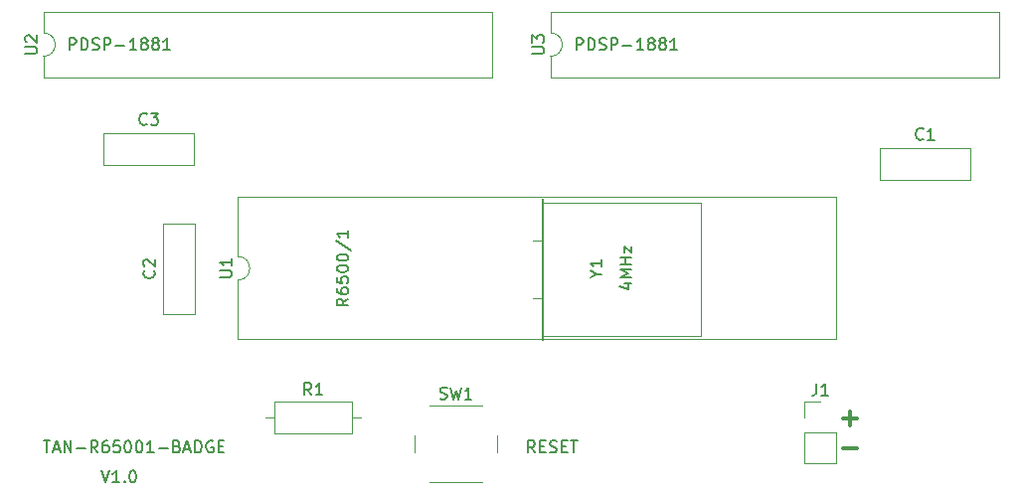
<source format=gbr>
G04 #@! TF.GenerationSoftware,KiCad,Pcbnew,5.1.4*
G04 #@! TF.CreationDate,2019-08-18T00:01:38-04:00*
G04 #@! TF.ProjectId,6500badge,36353030-6261-4646-9765-2e6b69636164,rev?*
G04 #@! TF.SameCoordinates,Original*
G04 #@! TF.FileFunction,Legend,Top*
G04 #@! TF.FilePolarity,Positive*
%FSLAX46Y46*%
G04 Gerber Fmt 4.6, Leading zero omitted, Abs format (unit mm)*
G04 Created by KiCad (PCBNEW 5.1.4) date 2019-08-18 00:01:38*
%MOMM*%
%LPD*%
G04 APERTURE LIST*
%ADD10C,0.150000*%
%ADD11C,0.300000*%
%ADD12C,0.120000*%
G04 APERTURE END LIST*
D10*
X125547619Y-86812380D02*
X125214285Y-86336190D01*
X124976190Y-86812380D02*
X124976190Y-85812380D01*
X125357142Y-85812380D01*
X125452380Y-85860000D01*
X125500000Y-85907619D01*
X125547619Y-86002857D01*
X125547619Y-86145714D01*
X125500000Y-86240952D01*
X125452380Y-86288571D01*
X125357142Y-86336190D01*
X124976190Y-86336190D01*
X125976190Y-86288571D02*
X126309523Y-86288571D01*
X126452380Y-86812380D02*
X125976190Y-86812380D01*
X125976190Y-85812380D01*
X126452380Y-85812380D01*
X126833333Y-86764761D02*
X126976190Y-86812380D01*
X127214285Y-86812380D01*
X127309523Y-86764761D01*
X127357142Y-86717142D01*
X127404761Y-86621904D01*
X127404761Y-86526666D01*
X127357142Y-86431428D01*
X127309523Y-86383809D01*
X127214285Y-86336190D01*
X127023809Y-86288571D01*
X126928571Y-86240952D01*
X126880952Y-86193333D01*
X126833333Y-86098095D01*
X126833333Y-86002857D01*
X126880952Y-85907619D01*
X126928571Y-85860000D01*
X127023809Y-85812380D01*
X127261904Y-85812380D01*
X127404761Y-85860000D01*
X127833333Y-86288571D02*
X128166666Y-86288571D01*
X128309523Y-86812380D02*
X127833333Y-86812380D01*
X127833333Y-85812380D01*
X128309523Y-85812380D01*
X128595238Y-85812380D02*
X129166666Y-85812380D01*
X128880952Y-86812380D02*
X128880952Y-85812380D01*
X129088095Y-52522380D02*
X129088095Y-51522380D01*
X129469047Y-51522380D01*
X129564285Y-51570000D01*
X129611904Y-51617619D01*
X129659523Y-51712857D01*
X129659523Y-51855714D01*
X129611904Y-51950952D01*
X129564285Y-51998571D01*
X129469047Y-52046190D01*
X129088095Y-52046190D01*
X130088095Y-52522380D02*
X130088095Y-51522380D01*
X130326190Y-51522380D01*
X130469047Y-51570000D01*
X130564285Y-51665238D01*
X130611904Y-51760476D01*
X130659523Y-51950952D01*
X130659523Y-52093809D01*
X130611904Y-52284285D01*
X130564285Y-52379523D01*
X130469047Y-52474761D01*
X130326190Y-52522380D01*
X130088095Y-52522380D01*
X131040476Y-52474761D02*
X131183333Y-52522380D01*
X131421428Y-52522380D01*
X131516666Y-52474761D01*
X131564285Y-52427142D01*
X131611904Y-52331904D01*
X131611904Y-52236666D01*
X131564285Y-52141428D01*
X131516666Y-52093809D01*
X131421428Y-52046190D01*
X131230952Y-51998571D01*
X131135714Y-51950952D01*
X131088095Y-51903333D01*
X131040476Y-51808095D01*
X131040476Y-51712857D01*
X131088095Y-51617619D01*
X131135714Y-51570000D01*
X131230952Y-51522380D01*
X131469047Y-51522380D01*
X131611904Y-51570000D01*
X132040476Y-52522380D02*
X132040476Y-51522380D01*
X132421428Y-51522380D01*
X132516666Y-51570000D01*
X132564285Y-51617619D01*
X132611904Y-51712857D01*
X132611904Y-51855714D01*
X132564285Y-51950952D01*
X132516666Y-51998571D01*
X132421428Y-52046190D01*
X132040476Y-52046190D01*
X133040476Y-52141428D02*
X133802380Y-52141428D01*
X134802380Y-52522380D02*
X134230952Y-52522380D01*
X134516666Y-52522380D02*
X134516666Y-51522380D01*
X134421428Y-51665238D01*
X134326190Y-51760476D01*
X134230952Y-51808095D01*
X135373809Y-51950952D02*
X135278571Y-51903333D01*
X135230952Y-51855714D01*
X135183333Y-51760476D01*
X135183333Y-51712857D01*
X135230952Y-51617619D01*
X135278571Y-51570000D01*
X135373809Y-51522380D01*
X135564285Y-51522380D01*
X135659523Y-51570000D01*
X135707142Y-51617619D01*
X135754761Y-51712857D01*
X135754761Y-51760476D01*
X135707142Y-51855714D01*
X135659523Y-51903333D01*
X135564285Y-51950952D01*
X135373809Y-51950952D01*
X135278571Y-51998571D01*
X135230952Y-52046190D01*
X135183333Y-52141428D01*
X135183333Y-52331904D01*
X135230952Y-52427142D01*
X135278571Y-52474761D01*
X135373809Y-52522380D01*
X135564285Y-52522380D01*
X135659523Y-52474761D01*
X135707142Y-52427142D01*
X135754761Y-52331904D01*
X135754761Y-52141428D01*
X135707142Y-52046190D01*
X135659523Y-51998571D01*
X135564285Y-51950952D01*
X136326190Y-51950952D02*
X136230952Y-51903333D01*
X136183333Y-51855714D01*
X136135714Y-51760476D01*
X136135714Y-51712857D01*
X136183333Y-51617619D01*
X136230952Y-51570000D01*
X136326190Y-51522380D01*
X136516666Y-51522380D01*
X136611904Y-51570000D01*
X136659523Y-51617619D01*
X136707142Y-51712857D01*
X136707142Y-51760476D01*
X136659523Y-51855714D01*
X136611904Y-51903333D01*
X136516666Y-51950952D01*
X136326190Y-51950952D01*
X136230952Y-51998571D01*
X136183333Y-52046190D01*
X136135714Y-52141428D01*
X136135714Y-52331904D01*
X136183333Y-52427142D01*
X136230952Y-52474761D01*
X136326190Y-52522380D01*
X136516666Y-52522380D01*
X136611904Y-52474761D01*
X136659523Y-52427142D01*
X136707142Y-52331904D01*
X136707142Y-52141428D01*
X136659523Y-52046190D01*
X136611904Y-51998571D01*
X136516666Y-51950952D01*
X137659523Y-52522380D02*
X137088095Y-52522380D01*
X137373809Y-52522380D02*
X137373809Y-51522380D01*
X137278571Y-51665238D01*
X137183333Y-51760476D01*
X137088095Y-51808095D01*
X85908095Y-52522380D02*
X85908095Y-51522380D01*
X86289047Y-51522380D01*
X86384285Y-51570000D01*
X86431904Y-51617619D01*
X86479523Y-51712857D01*
X86479523Y-51855714D01*
X86431904Y-51950952D01*
X86384285Y-51998571D01*
X86289047Y-52046190D01*
X85908095Y-52046190D01*
X86908095Y-52522380D02*
X86908095Y-51522380D01*
X87146190Y-51522380D01*
X87289047Y-51570000D01*
X87384285Y-51665238D01*
X87431904Y-51760476D01*
X87479523Y-51950952D01*
X87479523Y-52093809D01*
X87431904Y-52284285D01*
X87384285Y-52379523D01*
X87289047Y-52474761D01*
X87146190Y-52522380D01*
X86908095Y-52522380D01*
X87860476Y-52474761D02*
X88003333Y-52522380D01*
X88241428Y-52522380D01*
X88336666Y-52474761D01*
X88384285Y-52427142D01*
X88431904Y-52331904D01*
X88431904Y-52236666D01*
X88384285Y-52141428D01*
X88336666Y-52093809D01*
X88241428Y-52046190D01*
X88050952Y-51998571D01*
X87955714Y-51950952D01*
X87908095Y-51903333D01*
X87860476Y-51808095D01*
X87860476Y-51712857D01*
X87908095Y-51617619D01*
X87955714Y-51570000D01*
X88050952Y-51522380D01*
X88289047Y-51522380D01*
X88431904Y-51570000D01*
X88860476Y-52522380D02*
X88860476Y-51522380D01*
X89241428Y-51522380D01*
X89336666Y-51570000D01*
X89384285Y-51617619D01*
X89431904Y-51712857D01*
X89431904Y-51855714D01*
X89384285Y-51950952D01*
X89336666Y-51998571D01*
X89241428Y-52046190D01*
X88860476Y-52046190D01*
X89860476Y-52141428D02*
X90622380Y-52141428D01*
X91622380Y-52522380D02*
X91050952Y-52522380D01*
X91336666Y-52522380D02*
X91336666Y-51522380D01*
X91241428Y-51665238D01*
X91146190Y-51760476D01*
X91050952Y-51808095D01*
X92193809Y-51950952D02*
X92098571Y-51903333D01*
X92050952Y-51855714D01*
X92003333Y-51760476D01*
X92003333Y-51712857D01*
X92050952Y-51617619D01*
X92098571Y-51570000D01*
X92193809Y-51522380D01*
X92384285Y-51522380D01*
X92479523Y-51570000D01*
X92527142Y-51617619D01*
X92574761Y-51712857D01*
X92574761Y-51760476D01*
X92527142Y-51855714D01*
X92479523Y-51903333D01*
X92384285Y-51950952D01*
X92193809Y-51950952D01*
X92098571Y-51998571D01*
X92050952Y-52046190D01*
X92003333Y-52141428D01*
X92003333Y-52331904D01*
X92050952Y-52427142D01*
X92098571Y-52474761D01*
X92193809Y-52522380D01*
X92384285Y-52522380D01*
X92479523Y-52474761D01*
X92527142Y-52427142D01*
X92574761Y-52331904D01*
X92574761Y-52141428D01*
X92527142Y-52046190D01*
X92479523Y-51998571D01*
X92384285Y-51950952D01*
X93146190Y-51950952D02*
X93050952Y-51903333D01*
X93003333Y-51855714D01*
X92955714Y-51760476D01*
X92955714Y-51712857D01*
X93003333Y-51617619D01*
X93050952Y-51570000D01*
X93146190Y-51522380D01*
X93336666Y-51522380D01*
X93431904Y-51570000D01*
X93479523Y-51617619D01*
X93527142Y-51712857D01*
X93527142Y-51760476D01*
X93479523Y-51855714D01*
X93431904Y-51903333D01*
X93336666Y-51950952D01*
X93146190Y-51950952D01*
X93050952Y-51998571D01*
X93003333Y-52046190D01*
X92955714Y-52141428D01*
X92955714Y-52331904D01*
X93003333Y-52427142D01*
X93050952Y-52474761D01*
X93146190Y-52522380D01*
X93336666Y-52522380D01*
X93431904Y-52474761D01*
X93479523Y-52427142D01*
X93527142Y-52331904D01*
X93527142Y-52141428D01*
X93479523Y-52046190D01*
X93431904Y-51998571D01*
X93336666Y-51950952D01*
X94479523Y-52522380D02*
X93908095Y-52522380D01*
X94193809Y-52522380D02*
X94193809Y-51522380D01*
X94098571Y-51665238D01*
X94003333Y-51760476D01*
X93908095Y-51808095D01*
X109672380Y-73715238D02*
X109196190Y-74048571D01*
X109672380Y-74286666D02*
X108672380Y-74286666D01*
X108672380Y-73905714D01*
X108720000Y-73810476D01*
X108767619Y-73762857D01*
X108862857Y-73715238D01*
X109005714Y-73715238D01*
X109100952Y-73762857D01*
X109148571Y-73810476D01*
X109196190Y-73905714D01*
X109196190Y-74286666D01*
X108672380Y-72858095D02*
X108672380Y-73048571D01*
X108720000Y-73143809D01*
X108767619Y-73191428D01*
X108910476Y-73286666D01*
X109100952Y-73334285D01*
X109481904Y-73334285D01*
X109577142Y-73286666D01*
X109624761Y-73239047D01*
X109672380Y-73143809D01*
X109672380Y-72953333D01*
X109624761Y-72858095D01*
X109577142Y-72810476D01*
X109481904Y-72762857D01*
X109243809Y-72762857D01*
X109148571Y-72810476D01*
X109100952Y-72858095D01*
X109053333Y-72953333D01*
X109053333Y-73143809D01*
X109100952Y-73239047D01*
X109148571Y-73286666D01*
X109243809Y-73334285D01*
X108672380Y-71858095D02*
X108672380Y-72334285D01*
X109148571Y-72381904D01*
X109100952Y-72334285D01*
X109053333Y-72239047D01*
X109053333Y-72000952D01*
X109100952Y-71905714D01*
X109148571Y-71858095D01*
X109243809Y-71810476D01*
X109481904Y-71810476D01*
X109577142Y-71858095D01*
X109624761Y-71905714D01*
X109672380Y-72000952D01*
X109672380Y-72239047D01*
X109624761Y-72334285D01*
X109577142Y-72381904D01*
X108672380Y-71191428D02*
X108672380Y-71096190D01*
X108720000Y-71000952D01*
X108767619Y-70953333D01*
X108862857Y-70905714D01*
X109053333Y-70858095D01*
X109291428Y-70858095D01*
X109481904Y-70905714D01*
X109577142Y-70953333D01*
X109624761Y-71000952D01*
X109672380Y-71096190D01*
X109672380Y-71191428D01*
X109624761Y-71286666D01*
X109577142Y-71334285D01*
X109481904Y-71381904D01*
X109291428Y-71429523D01*
X109053333Y-71429523D01*
X108862857Y-71381904D01*
X108767619Y-71334285D01*
X108720000Y-71286666D01*
X108672380Y-71191428D01*
X108672380Y-70239047D02*
X108672380Y-70143809D01*
X108720000Y-70048571D01*
X108767619Y-70000952D01*
X108862857Y-69953333D01*
X109053333Y-69905714D01*
X109291428Y-69905714D01*
X109481904Y-69953333D01*
X109577142Y-70000952D01*
X109624761Y-70048571D01*
X109672380Y-70143809D01*
X109672380Y-70239047D01*
X109624761Y-70334285D01*
X109577142Y-70381904D01*
X109481904Y-70429523D01*
X109291428Y-70477142D01*
X109053333Y-70477142D01*
X108862857Y-70429523D01*
X108767619Y-70381904D01*
X108720000Y-70334285D01*
X108672380Y-70239047D01*
X108624761Y-68762857D02*
X109910476Y-69620000D01*
X109672380Y-67905714D02*
X109672380Y-68477142D01*
X109672380Y-68191428D02*
X108672380Y-68191428D01*
X108815238Y-68286666D01*
X108910476Y-68381904D01*
X108958095Y-68477142D01*
X133135714Y-72429523D02*
X133802380Y-72429523D01*
X132754761Y-72667619D02*
X133469047Y-72905714D01*
X133469047Y-72286666D01*
X133802380Y-71905714D02*
X132802380Y-71905714D01*
X133516666Y-71572380D01*
X132802380Y-71239047D01*
X133802380Y-71239047D01*
X133802380Y-70762857D02*
X132802380Y-70762857D01*
X133278571Y-70762857D02*
X133278571Y-70191428D01*
X133802380Y-70191428D02*
X132802380Y-70191428D01*
X133135714Y-69810476D02*
X133135714Y-69286666D01*
X133802380Y-69810476D01*
X133802380Y-69286666D01*
D11*
X151828571Y-86467142D02*
X152971428Y-86467142D01*
X151828571Y-83927142D02*
X152971428Y-83927142D01*
X152400000Y-84498571D02*
X152400000Y-83355714D01*
D10*
X88646190Y-88352380D02*
X88979523Y-89352380D01*
X89312857Y-88352380D01*
X90170000Y-89352380D02*
X89598571Y-89352380D01*
X89884285Y-89352380D02*
X89884285Y-88352380D01*
X89789047Y-88495238D01*
X89693809Y-88590476D01*
X89598571Y-88638095D01*
X90598571Y-89257142D02*
X90646190Y-89304761D01*
X90598571Y-89352380D01*
X90550952Y-89304761D01*
X90598571Y-89257142D01*
X90598571Y-89352380D01*
X91265238Y-88352380D02*
X91360476Y-88352380D01*
X91455714Y-88400000D01*
X91503333Y-88447619D01*
X91550952Y-88542857D01*
X91598571Y-88733333D01*
X91598571Y-88971428D01*
X91550952Y-89161904D01*
X91503333Y-89257142D01*
X91455714Y-89304761D01*
X91360476Y-89352380D01*
X91265238Y-89352380D01*
X91170000Y-89304761D01*
X91122380Y-89257142D01*
X91074761Y-89161904D01*
X91027142Y-88971428D01*
X91027142Y-88733333D01*
X91074761Y-88542857D01*
X91122380Y-88447619D01*
X91170000Y-88400000D01*
X91265238Y-88352380D01*
X83701904Y-85812380D02*
X84273333Y-85812380D01*
X83987619Y-86812380D02*
X83987619Y-85812380D01*
X84559047Y-86526666D02*
X85035238Y-86526666D01*
X84463809Y-86812380D02*
X84797142Y-85812380D01*
X85130476Y-86812380D01*
X85463809Y-86812380D02*
X85463809Y-85812380D01*
X86035238Y-86812380D01*
X86035238Y-85812380D01*
X86511428Y-86431428D02*
X87273333Y-86431428D01*
X88320952Y-86812380D02*
X87987619Y-86336190D01*
X87749523Y-86812380D02*
X87749523Y-85812380D01*
X88130476Y-85812380D01*
X88225714Y-85860000D01*
X88273333Y-85907619D01*
X88320952Y-86002857D01*
X88320952Y-86145714D01*
X88273333Y-86240952D01*
X88225714Y-86288571D01*
X88130476Y-86336190D01*
X87749523Y-86336190D01*
X89178095Y-85812380D02*
X88987619Y-85812380D01*
X88892380Y-85860000D01*
X88844761Y-85907619D01*
X88749523Y-86050476D01*
X88701904Y-86240952D01*
X88701904Y-86621904D01*
X88749523Y-86717142D01*
X88797142Y-86764761D01*
X88892380Y-86812380D01*
X89082857Y-86812380D01*
X89178095Y-86764761D01*
X89225714Y-86717142D01*
X89273333Y-86621904D01*
X89273333Y-86383809D01*
X89225714Y-86288571D01*
X89178095Y-86240952D01*
X89082857Y-86193333D01*
X88892380Y-86193333D01*
X88797142Y-86240952D01*
X88749523Y-86288571D01*
X88701904Y-86383809D01*
X90178095Y-85812380D02*
X89701904Y-85812380D01*
X89654285Y-86288571D01*
X89701904Y-86240952D01*
X89797142Y-86193333D01*
X90035238Y-86193333D01*
X90130476Y-86240952D01*
X90178095Y-86288571D01*
X90225714Y-86383809D01*
X90225714Y-86621904D01*
X90178095Y-86717142D01*
X90130476Y-86764761D01*
X90035238Y-86812380D01*
X89797142Y-86812380D01*
X89701904Y-86764761D01*
X89654285Y-86717142D01*
X90844761Y-85812380D02*
X90940000Y-85812380D01*
X91035238Y-85860000D01*
X91082857Y-85907619D01*
X91130476Y-86002857D01*
X91178095Y-86193333D01*
X91178095Y-86431428D01*
X91130476Y-86621904D01*
X91082857Y-86717142D01*
X91035238Y-86764761D01*
X90940000Y-86812380D01*
X90844761Y-86812380D01*
X90749523Y-86764761D01*
X90701904Y-86717142D01*
X90654285Y-86621904D01*
X90606666Y-86431428D01*
X90606666Y-86193333D01*
X90654285Y-86002857D01*
X90701904Y-85907619D01*
X90749523Y-85860000D01*
X90844761Y-85812380D01*
X91797142Y-85812380D02*
X91892380Y-85812380D01*
X91987619Y-85860000D01*
X92035238Y-85907619D01*
X92082857Y-86002857D01*
X92130476Y-86193333D01*
X92130476Y-86431428D01*
X92082857Y-86621904D01*
X92035238Y-86717142D01*
X91987619Y-86764761D01*
X91892380Y-86812380D01*
X91797142Y-86812380D01*
X91701904Y-86764761D01*
X91654285Y-86717142D01*
X91606666Y-86621904D01*
X91559047Y-86431428D01*
X91559047Y-86193333D01*
X91606666Y-86002857D01*
X91654285Y-85907619D01*
X91701904Y-85860000D01*
X91797142Y-85812380D01*
X93082857Y-86812380D02*
X92511428Y-86812380D01*
X92797142Y-86812380D02*
X92797142Y-85812380D01*
X92701904Y-85955238D01*
X92606666Y-86050476D01*
X92511428Y-86098095D01*
X93511428Y-86431428D02*
X94273333Y-86431428D01*
X95082857Y-86288571D02*
X95225714Y-86336190D01*
X95273333Y-86383809D01*
X95320952Y-86479047D01*
X95320952Y-86621904D01*
X95273333Y-86717142D01*
X95225714Y-86764761D01*
X95130476Y-86812380D01*
X94749523Y-86812380D01*
X94749523Y-85812380D01*
X95082857Y-85812380D01*
X95178095Y-85860000D01*
X95225714Y-85907619D01*
X95273333Y-86002857D01*
X95273333Y-86098095D01*
X95225714Y-86193333D01*
X95178095Y-86240952D01*
X95082857Y-86288571D01*
X94749523Y-86288571D01*
X95701904Y-86526666D02*
X96178095Y-86526666D01*
X95606666Y-86812380D02*
X95940000Y-85812380D01*
X96273333Y-86812380D01*
X96606666Y-86812380D02*
X96606666Y-85812380D01*
X96844761Y-85812380D01*
X96987619Y-85860000D01*
X97082857Y-85955238D01*
X97130476Y-86050476D01*
X97178095Y-86240952D01*
X97178095Y-86383809D01*
X97130476Y-86574285D01*
X97082857Y-86669523D01*
X96987619Y-86764761D01*
X96844761Y-86812380D01*
X96606666Y-86812380D01*
X98130476Y-85860000D02*
X98035238Y-85812380D01*
X97892380Y-85812380D01*
X97749523Y-85860000D01*
X97654285Y-85955238D01*
X97606666Y-86050476D01*
X97559047Y-86240952D01*
X97559047Y-86383809D01*
X97606666Y-86574285D01*
X97654285Y-86669523D01*
X97749523Y-86764761D01*
X97892380Y-86812380D01*
X97987619Y-86812380D01*
X98130476Y-86764761D01*
X98178095Y-86717142D01*
X98178095Y-86383809D01*
X97987619Y-86383809D01*
X98606666Y-86288571D02*
X98940000Y-86288571D01*
X99082857Y-86812380D02*
X98606666Y-86812380D01*
X98606666Y-85812380D01*
X99082857Y-85812380D01*
D12*
X126260000Y-65210000D02*
X126260000Y-77210000D01*
X126140000Y-65210000D02*
X126260000Y-65210000D01*
X126140000Y-77210000D02*
X126140000Y-65210000D01*
X126260000Y-77210000D02*
X126140000Y-77210000D01*
X125410000Y-68760000D02*
X125410000Y-68760000D01*
X126260000Y-68760000D02*
X125410000Y-68760000D01*
X125410000Y-73660000D02*
X125410000Y-73660000D01*
X126260000Y-73660000D02*
X125410000Y-73660000D01*
X126260000Y-65560000D02*
X126260000Y-76860000D01*
X139660000Y-65560000D02*
X126260000Y-65560000D01*
X139660000Y-76860000D02*
X139660000Y-65560000D01*
X126260000Y-76860000D02*
X139660000Y-76860000D01*
X126880000Y-53070000D02*
X126880000Y-54840000D01*
X126880000Y-54840000D02*
X165100000Y-54840000D01*
X165100000Y-54840000D02*
X165100000Y-49300000D01*
X165100000Y-49300000D02*
X126880000Y-49300000D01*
X126880000Y-49300000D02*
X126880000Y-51070000D01*
X126880000Y-51070000D02*
G75*
G02X126880000Y-53070000I0J-1000000D01*
G01*
X100270000Y-65060000D02*
X100270000Y-70120000D01*
X151190000Y-65060000D02*
X100270000Y-65060000D01*
X151190000Y-77180000D02*
X151190000Y-65060000D01*
X100270000Y-77180000D02*
X151190000Y-77180000D01*
X100270000Y-72120000D02*
X100270000Y-77180000D01*
X100270000Y-70120000D02*
G75*
G02X100270000Y-72120000I0J-1000000D01*
G01*
X83700000Y-53070000D02*
X83700000Y-54840000D01*
X83700000Y-54840000D02*
X121920000Y-54840000D01*
X121920000Y-54840000D02*
X121920000Y-49300000D01*
X121920000Y-49300000D02*
X83700000Y-49300000D01*
X83700000Y-49300000D02*
X83700000Y-51070000D01*
X83700000Y-51070000D02*
G75*
G02X83700000Y-53070000I0J-1000000D01*
G01*
X122320000Y-86820000D02*
X122320000Y-85320000D01*
X121070000Y-82820000D02*
X116570000Y-82820000D01*
X115320000Y-85320000D02*
X115320000Y-86820000D01*
X116570000Y-89320000D02*
X121070000Y-89320000D01*
X110720000Y-83820000D02*
X109950000Y-83820000D01*
X102640000Y-83820000D02*
X103410000Y-83820000D01*
X109950000Y-82450000D02*
X103410000Y-82450000D01*
X109950000Y-85190000D02*
X109950000Y-82450000D01*
X103410000Y-85190000D02*
X109950000Y-85190000D01*
X103410000Y-82450000D02*
X103410000Y-85190000D01*
X148530000Y-82490000D02*
X149860000Y-82490000D01*
X148530000Y-83820000D02*
X148530000Y-82490000D01*
X148530000Y-85090000D02*
X151190000Y-85090000D01*
X151190000Y-85090000D02*
X151190000Y-87690000D01*
X148530000Y-85090000D02*
X148530000Y-87690000D01*
X148530000Y-87690000D02*
X151190000Y-87690000D01*
X96540000Y-59590000D02*
X96540000Y-62330000D01*
X88800000Y-59590000D02*
X88800000Y-62330000D01*
X88800000Y-62330000D02*
X96540000Y-62330000D01*
X88800000Y-59590000D02*
X96540000Y-59590000D01*
X93880000Y-67290000D02*
X96620000Y-67290000D01*
X93880000Y-75030000D02*
X96620000Y-75030000D01*
X96620000Y-75030000D02*
X96620000Y-67290000D01*
X93880000Y-75030000D02*
X93880000Y-67290000D01*
X162660000Y-60860000D02*
X162660000Y-63600000D01*
X154920000Y-60860000D02*
X154920000Y-63600000D01*
X154920000Y-63600000D02*
X162660000Y-63600000D01*
X154920000Y-60860000D02*
X162660000Y-60860000D01*
D10*
X130786190Y-71596190D02*
X131262380Y-71596190D01*
X130262380Y-71929523D02*
X130786190Y-71596190D01*
X130262380Y-71262857D01*
X131262380Y-70405714D02*
X131262380Y-70977142D01*
X131262380Y-70691428D02*
X130262380Y-70691428D01*
X130405238Y-70786666D01*
X130500476Y-70881904D01*
X130548095Y-70977142D01*
X125332380Y-52831904D02*
X126141904Y-52831904D01*
X126237142Y-52784285D01*
X126284761Y-52736666D01*
X126332380Y-52641428D01*
X126332380Y-52450952D01*
X126284761Y-52355714D01*
X126237142Y-52308095D01*
X126141904Y-52260476D01*
X125332380Y-52260476D01*
X125332380Y-51879523D02*
X125332380Y-51260476D01*
X125713333Y-51593809D01*
X125713333Y-51450952D01*
X125760952Y-51355714D01*
X125808571Y-51308095D01*
X125903809Y-51260476D01*
X126141904Y-51260476D01*
X126237142Y-51308095D01*
X126284761Y-51355714D01*
X126332380Y-51450952D01*
X126332380Y-51736666D01*
X126284761Y-51831904D01*
X126237142Y-51879523D01*
X98722380Y-71881904D02*
X99531904Y-71881904D01*
X99627142Y-71834285D01*
X99674761Y-71786666D01*
X99722380Y-71691428D01*
X99722380Y-71500952D01*
X99674761Y-71405714D01*
X99627142Y-71358095D01*
X99531904Y-71310476D01*
X98722380Y-71310476D01*
X99722380Y-70310476D02*
X99722380Y-70881904D01*
X99722380Y-70596190D02*
X98722380Y-70596190D01*
X98865238Y-70691428D01*
X98960476Y-70786666D01*
X99008095Y-70881904D01*
X82152380Y-52831904D02*
X82961904Y-52831904D01*
X83057142Y-52784285D01*
X83104761Y-52736666D01*
X83152380Y-52641428D01*
X83152380Y-52450952D01*
X83104761Y-52355714D01*
X83057142Y-52308095D01*
X82961904Y-52260476D01*
X82152380Y-52260476D01*
X82247619Y-51831904D02*
X82200000Y-51784285D01*
X82152380Y-51689047D01*
X82152380Y-51450952D01*
X82200000Y-51355714D01*
X82247619Y-51308095D01*
X82342857Y-51260476D01*
X82438095Y-51260476D01*
X82580952Y-51308095D01*
X83152380Y-51879523D01*
X83152380Y-51260476D01*
X117486666Y-82224761D02*
X117629523Y-82272380D01*
X117867619Y-82272380D01*
X117962857Y-82224761D01*
X118010476Y-82177142D01*
X118058095Y-82081904D01*
X118058095Y-81986666D01*
X118010476Y-81891428D01*
X117962857Y-81843809D01*
X117867619Y-81796190D01*
X117677142Y-81748571D01*
X117581904Y-81700952D01*
X117534285Y-81653333D01*
X117486666Y-81558095D01*
X117486666Y-81462857D01*
X117534285Y-81367619D01*
X117581904Y-81320000D01*
X117677142Y-81272380D01*
X117915238Y-81272380D01*
X118058095Y-81320000D01*
X118391428Y-81272380D02*
X118629523Y-82272380D01*
X118820000Y-81558095D01*
X119010476Y-82272380D01*
X119248571Y-81272380D01*
X120153333Y-82272380D02*
X119581904Y-82272380D01*
X119867619Y-82272380D02*
X119867619Y-81272380D01*
X119772380Y-81415238D01*
X119677142Y-81510476D01*
X119581904Y-81558095D01*
X106513333Y-81902380D02*
X106180000Y-81426190D01*
X105941904Y-81902380D02*
X105941904Y-80902380D01*
X106322857Y-80902380D01*
X106418095Y-80950000D01*
X106465714Y-80997619D01*
X106513333Y-81092857D01*
X106513333Y-81235714D01*
X106465714Y-81330952D01*
X106418095Y-81378571D01*
X106322857Y-81426190D01*
X105941904Y-81426190D01*
X107465714Y-81902380D02*
X106894285Y-81902380D01*
X107180000Y-81902380D02*
X107180000Y-80902380D01*
X107084761Y-81045238D01*
X106989523Y-81140476D01*
X106894285Y-81188095D01*
X149526666Y-80942380D02*
X149526666Y-81656666D01*
X149479047Y-81799523D01*
X149383809Y-81894761D01*
X149240952Y-81942380D01*
X149145714Y-81942380D01*
X150526666Y-81942380D02*
X149955238Y-81942380D01*
X150240952Y-81942380D02*
X150240952Y-80942380D01*
X150145714Y-81085238D01*
X150050476Y-81180476D01*
X149955238Y-81228095D01*
X92503333Y-58817142D02*
X92455714Y-58864761D01*
X92312857Y-58912380D01*
X92217619Y-58912380D01*
X92074761Y-58864761D01*
X91979523Y-58769523D01*
X91931904Y-58674285D01*
X91884285Y-58483809D01*
X91884285Y-58340952D01*
X91931904Y-58150476D01*
X91979523Y-58055238D01*
X92074761Y-57960000D01*
X92217619Y-57912380D01*
X92312857Y-57912380D01*
X92455714Y-57960000D01*
X92503333Y-58007619D01*
X92836666Y-57912380D02*
X93455714Y-57912380D01*
X93122380Y-58293333D01*
X93265238Y-58293333D01*
X93360476Y-58340952D01*
X93408095Y-58388571D01*
X93455714Y-58483809D01*
X93455714Y-58721904D01*
X93408095Y-58817142D01*
X93360476Y-58864761D01*
X93265238Y-58912380D01*
X92979523Y-58912380D01*
X92884285Y-58864761D01*
X92836666Y-58817142D01*
X93107142Y-71326666D02*
X93154761Y-71374285D01*
X93202380Y-71517142D01*
X93202380Y-71612380D01*
X93154761Y-71755238D01*
X93059523Y-71850476D01*
X92964285Y-71898095D01*
X92773809Y-71945714D01*
X92630952Y-71945714D01*
X92440476Y-71898095D01*
X92345238Y-71850476D01*
X92250000Y-71755238D01*
X92202380Y-71612380D01*
X92202380Y-71517142D01*
X92250000Y-71374285D01*
X92297619Y-71326666D01*
X92297619Y-70945714D02*
X92250000Y-70898095D01*
X92202380Y-70802857D01*
X92202380Y-70564761D01*
X92250000Y-70469523D01*
X92297619Y-70421904D01*
X92392857Y-70374285D01*
X92488095Y-70374285D01*
X92630952Y-70421904D01*
X93202380Y-70993333D01*
X93202380Y-70374285D01*
X158623333Y-60087142D02*
X158575714Y-60134761D01*
X158432857Y-60182380D01*
X158337619Y-60182380D01*
X158194761Y-60134761D01*
X158099523Y-60039523D01*
X158051904Y-59944285D01*
X158004285Y-59753809D01*
X158004285Y-59610952D01*
X158051904Y-59420476D01*
X158099523Y-59325238D01*
X158194761Y-59230000D01*
X158337619Y-59182380D01*
X158432857Y-59182380D01*
X158575714Y-59230000D01*
X158623333Y-59277619D01*
X159575714Y-60182380D02*
X159004285Y-60182380D01*
X159290000Y-60182380D02*
X159290000Y-59182380D01*
X159194761Y-59325238D01*
X159099523Y-59420476D01*
X159004285Y-59468095D01*
M02*

</source>
